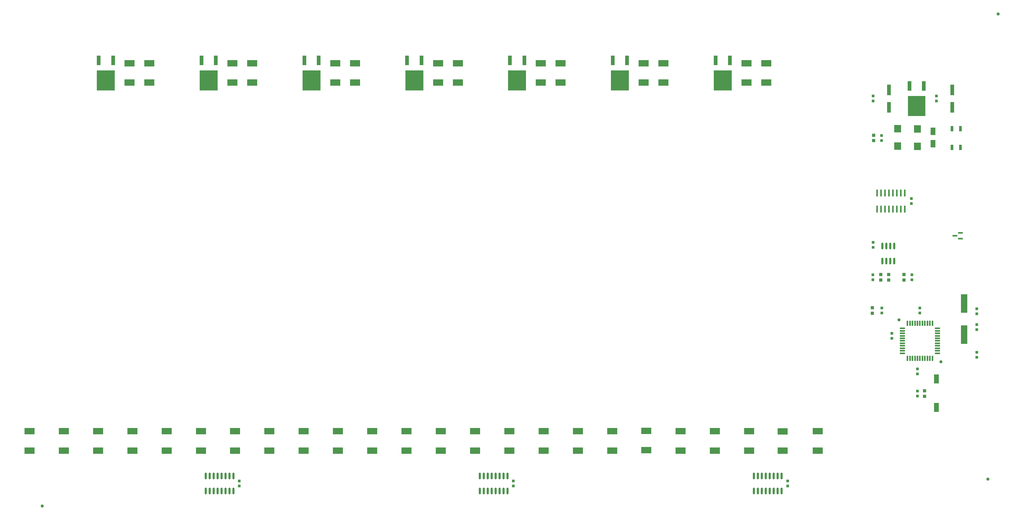
<source format=gtp>
%FSLAX24Y24*%
%MOIN*%
G70*
G01*
G75*
G04 Layer_Color=8421504*
%ADD10R,0.1299X0.0787*%
%ADD11O,0.0217X0.0689*%
%ADD12O,0.0689X0.0217*%
%ADD13R,0.0354X0.0354*%
%ADD14C,0.0394*%
%ADD15R,0.2264X0.2559*%
%ADD16R,0.0492X0.1201*%
%ADD17O,0.0236X0.0866*%
%ADD18R,0.0335X0.0335*%
%ADD19R,0.0394X0.0394*%
%ADD20R,0.0630X0.1181*%
%ADD21R,0.0787X0.2362*%
%ADD22R,0.0630X0.0236*%
%ADD23R,0.0472X0.1378*%
%ADD24R,0.0866X0.0925*%
%ADD25R,0.0610X0.0925*%
%ADD26R,0.0335X0.0669*%
%ADD27R,0.2185X0.2559*%
%ADD28R,0.0236X0.0866*%
%ADD29C,0.0150*%
%ADD30C,0.0500*%
%ADD31C,0.0200*%
%ADD32C,0.0300*%
%ADD33C,0.0250*%
%ADD34C,0.0100*%
%ADD35C,0.0630*%
%ADD36C,0.0591*%
%ADD37C,0.0591*%
%ADD38R,0.0591X0.0591*%
%ADD39P,0.2706X8X22.5*%
%ADD40C,0.1161*%
%ADD41R,0.0591X0.0591*%
%ADD42C,0.0500*%
%ADD43C,0.0394*%
%ADD44C,0.0098*%
%ADD45C,0.0236*%
%ADD46C,0.0079*%
D10*
X149606Y17214D02*
D03*
Y19655D02*
D03*
X127608Y66170D02*
D03*
Y63730D02*
D03*
X114616Y66170D02*
D03*
Y63730D02*
D03*
X101624Y66170D02*
D03*
Y63730D02*
D03*
X88631Y66170D02*
D03*
Y63730D02*
D03*
X75639Y66170D02*
D03*
Y63730D02*
D03*
X62647Y66170D02*
D03*
Y63730D02*
D03*
X130108Y63730D02*
D03*
X117116D02*
D03*
X104124D02*
D03*
X91131D02*
D03*
X78139D02*
D03*
X65147Y63730D02*
D03*
Y66170D02*
D03*
X78139Y66170D02*
D03*
X91131D02*
D03*
X104124D02*
D03*
X117116D02*
D03*
X130108D02*
D03*
X93307Y17214D02*
D03*
X97638D02*
D03*
X101968D02*
D03*
X106299D02*
D03*
X110630D02*
D03*
X114961D02*
D03*
Y19655D02*
D03*
X110630D02*
D03*
X106299D02*
D03*
X101968D02*
D03*
X97638D02*
D03*
X93307D02*
D03*
X50000Y17214D02*
D03*
X54331D02*
D03*
X58661D02*
D03*
X62992D02*
D03*
X67323D02*
D03*
X71654D02*
D03*
X75984D02*
D03*
X80315D02*
D03*
X84646D02*
D03*
X88976D02*
D03*
Y19655D02*
D03*
X84646D02*
D03*
X80315D02*
D03*
X75984D02*
D03*
X71654D02*
D03*
X67323D02*
D03*
X62992D02*
D03*
X58661D02*
D03*
X54331D02*
D03*
X50000D02*
D03*
X140600Y66170D02*
D03*
Y63730D02*
D03*
X143100Y63730D02*
D03*
Y66170D02*
D03*
X119291Y19655D02*
D03*
X123622D02*
D03*
X132283Y17214D02*
D03*
Y19655D02*
D03*
X119291Y17214D02*
D03*
X123622D02*
D03*
X127931Y17269D02*
D03*
Y19710D02*
D03*
X136614Y17214D02*
D03*
Y19655D02*
D03*
X140945Y17214D02*
D03*
Y19655D02*
D03*
X145174Y17213D02*
D03*
Y19654D02*
D03*
D11*
X162518Y28867D02*
D03*
X162203D02*
D03*
X161888D02*
D03*
X160943Y33315D02*
D03*
X162203D02*
D03*
X162518D02*
D03*
X163463D02*
D03*
X163778D02*
D03*
X164093D02*
D03*
X163148D02*
D03*
X162833D02*
D03*
X161888D02*
D03*
X161573D02*
D03*
X161258D02*
D03*
X160943Y28867D02*
D03*
X161258D02*
D03*
X161573D02*
D03*
X162833D02*
D03*
X163148D02*
D03*
X163463D02*
D03*
X163778D02*
D03*
X164093D02*
D03*
D12*
X160294Y29516D02*
D03*
Y29831D02*
D03*
Y30146D02*
D03*
Y30461D02*
D03*
Y31091D02*
D03*
Y31406D02*
D03*
X164743Y32666D02*
D03*
Y32351D02*
D03*
Y32036D02*
D03*
Y31721D02*
D03*
Y31406D02*
D03*
Y31091D02*
D03*
Y30776D02*
D03*
Y30461D02*
D03*
Y30146D02*
D03*
Y29831D02*
D03*
Y29516D02*
D03*
X160294Y32666D02*
D03*
Y32351D02*
D03*
Y32036D02*
D03*
Y31721D02*
D03*
Y30776D02*
D03*
D13*
X156607Y61406D02*
D03*
Y62035D02*
D03*
X164607Y61406D02*
D03*
Y62035D02*
D03*
X162207Y26906D02*
D03*
Y27535D02*
D03*
X76505Y12745D02*
D03*
Y13375D02*
D03*
X111150Y12745D02*
D03*
Y13375D02*
D03*
X145796Y12745D02*
D03*
Y13375D02*
D03*
X162207Y24106D02*
D03*
Y24735D02*
D03*
X169707Y35135D02*
D03*
Y34506D02*
D03*
Y29006D02*
D03*
Y29635D02*
D03*
X162518Y34620D02*
D03*
Y35250D02*
D03*
X169707Y32506D02*
D03*
Y33135D02*
D03*
X158976Y31392D02*
D03*
X161450Y48435D02*
D03*
Y49065D02*
D03*
X158976Y32022D02*
D03*
X156600Y42906D02*
D03*
Y43535D02*
D03*
D14*
X172400Y72400D02*
D03*
X171100Y13600D02*
D03*
X51600Y10200D02*
D03*
X159867Y33750D02*
D03*
X165177Y28430D02*
D03*
D15*
X124608Y64005D02*
D03*
X111616D02*
D03*
X98624D02*
D03*
X85631D02*
D03*
X72639Y64005D02*
D03*
X59647D02*
D03*
X137600Y64005D02*
D03*
D16*
X125513Y66544D02*
D03*
X112521D02*
D03*
X99529D02*
D03*
X86537D02*
D03*
X73545Y66544D02*
D03*
X60553D02*
D03*
X58742D02*
D03*
X71734D02*
D03*
X84726Y66544D02*
D03*
X97718D02*
D03*
X110710D02*
D03*
X123702D02*
D03*
X138506D02*
D03*
X136694D02*
D03*
X161206Y63315D02*
D03*
X163009D02*
D03*
D17*
X110400Y12115D02*
D03*
X109900D02*
D03*
X108400D02*
D03*
X107900D02*
D03*
X107400D02*
D03*
X106900D02*
D03*
Y14005D02*
D03*
X107900D02*
D03*
X108400D02*
D03*
X108900D02*
D03*
X109400D02*
D03*
X109900D02*
D03*
X109400Y12115D02*
D03*
X108900D02*
D03*
X110400Y14005D02*
D03*
X107400D02*
D03*
X75755Y12115D02*
D03*
X75255D02*
D03*
X74755D02*
D03*
X74255D02*
D03*
X73755D02*
D03*
X73255D02*
D03*
X72755D02*
D03*
X72255D02*
D03*
Y14005D02*
D03*
X72755D02*
D03*
X73255D02*
D03*
X73755D02*
D03*
X74255D02*
D03*
X74755D02*
D03*
X75255D02*
D03*
X75755D02*
D03*
X145046Y12115D02*
D03*
X144046D02*
D03*
X143546D02*
D03*
X143046D02*
D03*
X142546D02*
D03*
X141546D02*
D03*
Y14005D02*
D03*
X142046D02*
D03*
X142546D02*
D03*
X143046D02*
D03*
X143546D02*
D03*
X144046D02*
D03*
X145046D02*
D03*
X144546D02*
D03*
X142046Y12115D02*
D03*
X144546D02*
D03*
X157757Y43065D02*
D03*
X159257Y41176D02*
D03*
X158757D02*
D03*
X158257D02*
D03*
X157757D02*
D03*
X159257Y43065D02*
D03*
X158757D02*
D03*
X158257D02*
D03*
D18*
X157707Y34606D02*
D03*
Y35235D02*
D03*
X156557Y39435D02*
D03*
X161507Y39435D02*
D03*
X156557Y38806D02*
D03*
X161507Y38806D02*
D03*
X157657Y57035D02*
D03*
Y56406D02*
D03*
D19*
X163107Y24086D02*
D03*
Y24755D02*
D03*
X156507Y34586D02*
D03*
Y35255D02*
D03*
X157557Y39455D02*
D03*
X160507Y39455D02*
D03*
X157557Y38786D02*
D03*
X160507Y38786D02*
D03*
X158557Y39455D02*
D03*
Y38786D02*
D03*
X156677Y56406D02*
D03*
Y57075D02*
D03*
D20*
X164607Y22670D02*
D03*
Y26285D02*
D03*
D21*
X168107Y31870D02*
D03*
Y35807D02*
D03*
D22*
X167633Y43996D02*
D03*
Y44744D02*
D03*
X166924Y44370D02*
D03*
D23*
X158607Y62820D02*
D03*
X166607Y62820D02*
D03*
Y60620D02*
D03*
X158607Y60620D02*
D03*
D24*
X159707Y57920D02*
D03*
X162207Y57873D02*
D03*
Y55668D02*
D03*
X159707Y55716D02*
D03*
D25*
X164157Y56020D02*
D03*
Y57576D02*
D03*
D26*
X166581Y55539D02*
D03*
X167633D02*
D03*
Y57902D02*
D03*
X166581D02*
D03*
D27*
X162107Y60776D02*
D03*
D28*
X157100Y47726D02*
D03*
X157600D02*
D03*
X158100D02*
D03*
X158600D02*
D03*
X159100D02*
D03*
X159600D02*
D03*
X160100D02*
D03*
X160600D02*
D03*
X157100Y49774D02*
D03*
X157600D02*
D03*
X158100D02*
D03*
X158600D02*
D03*
X159100D02*
D03*
X159600D02*
D03*
X160100D02*
D03*
X160600D02*
D03*
M02*

</source>
